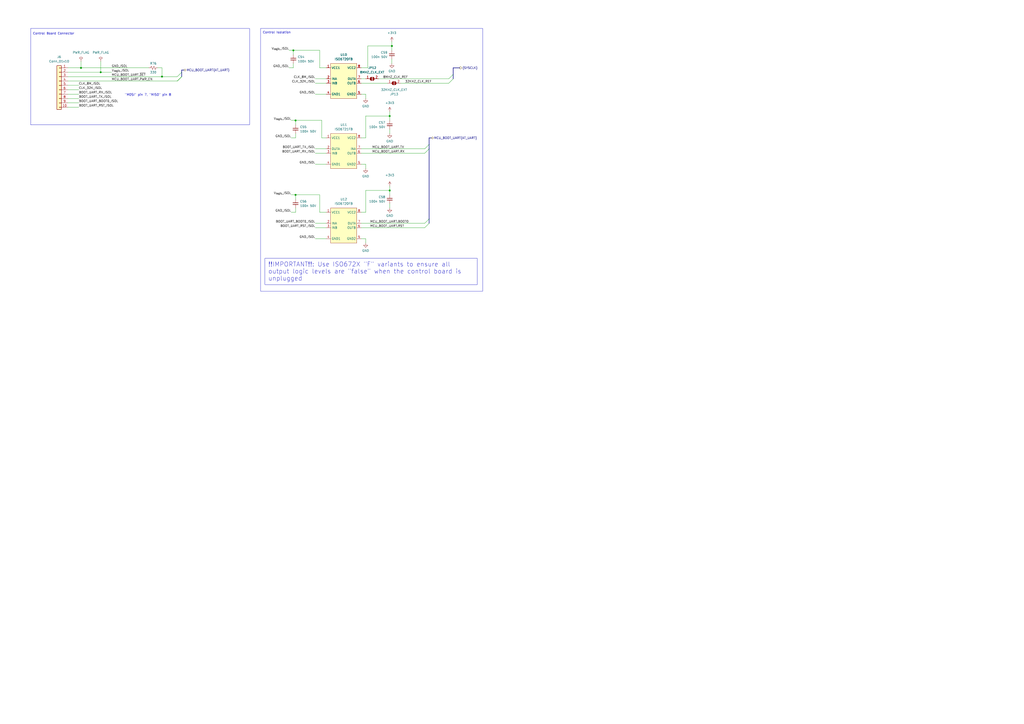
<source format=kicad_sch>
(kicad_sch (version 20231120) (generator "eeschema") (generator_version "8.0")
  (paper "A2")
  (title_block (title "Kicker") (date "2024-06-10") (rev "3.1") (company "The A-Team (RC SSL)") (comment 1 "W. Stuckey"))
  (lib_symbols
    (symbol "AT-IC:ISO6720-Q1"
      (property "Reference" "U" (at 0 -11.43 0))
      (property "Value" "ISO6720-Q1" (at 0 11.43 0))
      (symbol "ISO6720-Q1_1_1"
        (rectangle (start -7.62 10.16) (end 7.62 -10.16) (fill (type background)))
        (pin power_in line (at -10.16 7.62 0) (length 2.54) (name "VCC1") (number "1"))
        (pin input line (at -10.16 1.27 0) (length 2.54) (name "INA") (number "2"))
        (pin input line (at -10.16 -1.27 0) (length 2.54) (name "INB") (number "3"))
        (pin power_in line (at -10.16 -7.62 0) (length 2.54) (name "GND1") (number "4"))
        (pin power_in line (at 10.16 -7.62 180) (length 2.54) (name "GND2") (number "5"))
        (pin output line (at 10.16 -1.27 180) (length 2.54) (name "OUTB") (number "6"))
        (pin output line (at 10.16 1.27 180) (length 2.54) (name "OUTA") (number "7"))
        (pin power_in line (at 10.16 7.62 180) (length 2.54) (name "VCC2") (number "8"))
      )
    )
    (symbol "AT-IC:ISO6721-Q1"
      (property "Reference" "U" (at 0 -11.43 0))
      (property "Value" "ISO6721-Q1" (at 0 11.43 0))
      (symbol "ISO6721-Q1_1_1"
        (rectangle (start -7.62 10.16) (end 7.62 -10.16) (fill (type background)))
        (pin power_in line (at -10.16 7.62 0) (length 2.54) (name "VCC1") (number "1"))
        (pin output line (at -10.16 1.27 0) (length 2.54) (name "OUTA") (number "2"))
        (pin input line (at -10.16 -1.27 0) (length 2.54) (name "INB") (number "3"))
        (pin power_in line (at -10.16 -7.62 0) (length 2.54) (name "GND1") (number "4"))
        (pin power_in line (at 10.16 -7.62 180) (length 2.54) (name "GND2") (number "5"))
        (pin output line (at 10.16 -1.27 180) (length 2.54) (name "OUTB") (number "6"))
        (pin input line (at 10.16 1.27 180) (length 2.54) (name "INA") (number "7"))
        (pin power_in line (at 10.16 7.62 180) (length 2.54) (name "VCC2") (number "8"))
      )
    )
    (symbol "Connector_Generic:Conn_01x10" (pin_names (offset 1.016) hide)
      (property "Reference" "J" (at 0 12.7 0))
      (property "Value" "Conn_01x10" (at 0 -15.24 0))
      (symbol "Conn_01x10_1_1"
        (rectangle (start -1.27 -12.573) (end 0 -12.827) (stroke (width 0.1524)))
        (rectangle (start -1.27 -10.033) (end 0 -10.287) (stroke (width 0.1524)))
        (rectangle (start -1.27 -7.493) (end 0 -7.747) (stroke (width 0.1524)))
        (rectangle (start -1.27 -4.953) (end 0 -5.207) (stroke (width 0.1524)))
        (rectangle (start -1.27 -2.413) (end 0 -2.667) (stroke (width 0.1524)))
        (rectangle (start -1.27 0.127) (end 0 -0.127) (stroke (width 0.1524)))
        (rectangle (start -1.27 2.667) (end 0 2.413) (stroke (width 0.1524)))
        (rectangle (start -1.27 5.207) (end 0 4.953) (stroke (width 0.1524)))
        (rectangle (start -1.27 7.747) (end 0 7.493) (stroke (width 0.1524)))
        (rectangle (start -1.27 10.287) (end 0 10.033) (stroke (width 0.1524)))
        (rectangle (start -1.27 11.43) (end 1.27 -13.97) (stroke (width 0.254)) (fill (type background)))
        (pin passive line (at -5.08 10.16 0) (length 3.81) (name "Pin_1") (number "1"))
        (pin passive line (at -5.08 -12.7 0) (length 3.81) (name "Pin_10") (number "10"))
        (pin passive line (at -5.08 7.62 0) (length 3.81) (name "Pin_2") (number "2"))
        (pin passive line (at -5.08 5.08 0) (length 3.81) (name "Pin_3") (number "3"))
        (pin passive line (at -5.08 2.54 0) (length 3.81) (name "Pin_4") (number "4"))
        (pin passive line (at -5.08 0 0) (length 3.81) (name "Pin_5") (number "5"))
        (pin passive line (at -5.08 -2.54 0) (length 3.81) (name "Pin_6") (number "6"))
        (pin passive line (at -5.08 -5.08 0) (length 3.81) (name "Pin_7") (number "7"))
        (pin passive line (at -5.08 -7.62 0) (length 3.81) (name "Pin_8") (number "8"))
        (pin passive line (at -5.08 -10.16 0) (length 3.81) (name "Pin_9") (number "9"))
      )
    )
    (symbol "Device:C_Small" (pin_numbers hide) (pin_names (offset 0.254) hide)
      (property "Reference" "C" (at 0.254 1.778 0))
      (property "Value" "C_Small" (at 0.254 -2.032 0))
      (symbol "C_Small_0_1"
        (polyline (pts (xy -1.524 -0.508) (xy 1.524 -0.508)) (stroke (width 0.3302)))
        (polyline (pts (xy -1.524 0.508) (xy 1.524 0.508)) (stroke (width 0.3048)))
      )
      (symbol "C_Small_1_1"
        (pin passive line (at 0 2.54 270) (length 2.032) (name "~") (number "1"))
        (pin passive line (at 0 -2.54 90) (length 2.032) (name "~") (number "2"))
      )
    )
    (symbol "Device:R_Small_US" (pin_numbers hide) (pin_names (offset 0.254) hide)
      (property "Reference" "R" (at 0.762 0.508 0))
      (property "Value" "R_Small_US" (at 0.762 -1.016 0))
      (symbol "R_Small_US_1_1"
        (polyline (pts (xy 0 0) (xy 1.016 -0.381) (xy 0 -0.762) (xy -1.016 -1.143) (xy 0 -1.524)))
        (polyline (pts (xy 0 1.524) (xy 1.016 1.143) (xy 0 0.762) (xy -1.016 0.381) (xy 0 0)))
        (pin passive line (at 0 2.54 270) (length 1.016) (name "~") (number "1"))
        (pin passive line (at 0 -2.54 90) (length 1.016) (name "~") (number "2"))
      )
    )
    (symbol "Jumper:SolderJumper_2_Open" (pin_names (offset 0) hide)
      (property "Reference" "JP" (at 0 2.032 0))
      (property "Value" "SolderJumper_2_Open" (at 0 -2.54 0))
      (symbol "SolderJumper_2_Open_0_1"
        (arc (start -0.254 1.016) (mid -1.2656 0) (end -0.254 -1.016))
        (arc (start -0.254 1.016) (mid -1.2656 0) (end -0.254 -1.016) (fill (type outline)))
        (polyline (pts (xy -0.254 1.016) (xy -0.254 -1.016)))
        (polyline (pts (xy 0.254 1.016) (xy 0.254 -1.016)))
        (arc (start 0.254 -1.016) (mid 1.2656 0) (end 0.254 1.016))
        (arc (start 0.254 -1.016) (mid 1.2656 0) (end 0.254 1.016) (fill (type outline)))
      )
      (symbol "SolderJumper_2_Open_1_1"
        (pin passive line (at -3.81 0 0) (length 2.54) (name "A") (number "1"))
        (pin passive line (at 3.81 0 180) (length 2.54) (name "B") (number "2"))
      )
    )
    (symbol "power:+3V3" (power) (pin_names (offset 0))
      (property "Value" "+3V3" (at 0 3.556 0))
      (symbol "+3V3_0_1"
        (polyline (pts (xy -0.762 1.27) (xy 0 2.54)))
        (polyline (pts (xy 0 0) (xy 0 2.54)))
        (polyline (pts (xy 0 2.54) (xy 0.762 1.27)))
      )
      (symbol "+3V3_1_1"
        (pin power_in line (at 0 0 90) (length 0) hide (name "+3V3") (number "1"))
      )
    )
    (symbol "power:GND" (power) (pin_names (offset 0))
      (property "Value" "GND" (at 0 -3.81 0))
      (symbol "GND_0_1"
        (polyline (pts (xy 0 0) (xy 0 -1.27) (xy 1.27 -1.27) (xy 0 -2.54) (xy -1.27 -1.27) (xy 0 -1.27)))
      )
      (symbol "GND_1_1"
        (pin power_in line (at 0 0 270) (length 0) hide (name "GND") (number "1"))
      )
    )
    (symbol "power:PWR_FLAG" (power) (pin_numbers hide) (pin_names (offset 0) hide)
      (property "Value" "PWR_FLAG" (at 0 3.81 0))
      (symbol "PWR_FLAG_0_0"
        (pin power_out line (at 0 0 90) (length 0) (name "pwr") (number "1"))
      )
      (symbol "PWR_FLAG_0_1"
        (polyline (pts (xy 0 0) (xy 0 1.27) (xy -1.016 1.905) (xy 0 2.54) (xy 1.016 1.905) (xy 0 1.27)))
      )
    )
  )
  (junction (at 226.06 110.49))
  (junction (at 170.18 29.21))
  (junction (at 227.33 26.67))
  (junction (at 226.06 67.31))
  (junction (at 93.98 44.45))
  (junction (at 58.42 41.91))
  (junction (at 46.99 39.37))
  (junction (at 171.45 69.85))
  (junction (at 171.45 113.03))
  (bus_entry (at 248.92 127) (size -2.54 2.54))
  (bus_entry (at 105.41 41.91) (size -2.54 2.54))
  (bus_entry (at 248.92 129.54) (size -2.54 2.54))
  (bus_entry (at 248.92 83.82) (size -2.54 2.54))
  (bus_entry (at 248.92 86.36) (size -2.54 2.54))
  (bus_entry (at 262.89 43.18) (size -2.54 2.54))
  (bus_entry (at 105.41 44.45) (size -2.54 2.54))
  (bus_entry (at 105.41 44.45) (size -2.54 2.54))
  (bus_entry (at 262.89 45.72) (size -2.54 2.54))
  (wire (pts (xy 93.98 44.45) (xy 102.87 44.45)))
  (wire (pts (xy 209.55 95.25) (xy 212.09 95.25)))
  (wire (pts (xy 39.37 59.69) (xy 45.72 59.69)))
  (wire (pts (xy 58.42 35.56) (xy 58.42 41.91)))
  (wire (pts (xy 209.55 129.54) (xy 246.38 129.54)))
  (wire (pts (xy 170.18 39.37) (xy 170.18 36.83)))
  (wire (pts (xy 212.09 123.19) (xy 212.09 110.49)))
  (wire (pts (xy 186.69 80.01) (xy 186.69 69.85)))
  (wire (pts (xy 39.37 46.99) (xy 102.87 46.99)))
  (wire (pts (xy 167.64 29.21) (xy 170.18 29.21)))
  (wire (pts (xy 209.55 48.26) (xy 224.79 48.26)))
  (wire (pts (xy 226.06 110.49) (xy 226.06 113.03)))
  (wire (pts (xy 209.55 86.36) (xy 246.38 86.36)))
  (wire (pts (xy 168.91 69.85) (xy 171.45 69.85)))
  (wire (pts (xy 170.18 29.21) (xy 170.18 31.75)))
  (wire (pts (xy 189.23 88.9) (xy 182.88 88.9)))
  (wire (pts (xy 168.91 113.03) (xy 171.45 113.03)))
  (wire (pts (xy 189.23 45.72) (xy 182.88 45.72)))
  (wire (pts (xy 46.99 39.37) (xy 86.36 39.37)))
  (wire (pts (xy 189.23 80.01) (xy 186.69 80.01)))
  (wire (pts (xy 171.45 123.19) (xy 171.45 120.65)))
  (bus (pts (xy 250.19 80.01) (xy 248.92 80.01)))
  (bus (pts (xy 262.89 39.37) (xy 262.89 43.18)))
  (wire (pts (xy 182.88 138.43) (xy 189.23 138.43)))
  (wire (pts (xy 39.37 44.45) (xy 93.98 44.45)))
  (wire (pts (xy 39.37 39.37) (xy 46.99 39.37)))
  (wire (pts (xy 91.44 39.37) (xy 93.98 39.37)))
  (wire (pts (xy 58.42 41.91) (xy 64.77 41.91)))
  (bus (pts (xy 106.68 40.64) (xy 105.41 40.64)))
  (wire (pts (xy 209.55 123.19) (xy 212.09 123.19)))
  (wire (pts (xy 189.23 123.19) (xy 185.42 123.19)))
  (wire (pts (xy 212.09 110.49) (xy 226.06 110.49)))
  (wire (pts (xy 171.45 80.01) (xy 171.45 77.47)))
  (wire (pts (xy 212.09 138.43) (xy 212.09 140.97)))
  (bus (pts (xy 248.92 86.36) (xy 248.92 127)))
  (bus (pts (xy 105.41 41.91) (xy 105.41 44.45)))
  (wire (pts (xy 189.23 39.37) (xy 185.42 39.37)))
  (wire (pts (xy 227.33 36.83) (xy 227.33 34.29)))
  (wire (pts (xy 209.55 138.43) (xy 212.09 138.43)))
  (wire (pts (xy 182.88 95.25) (xy 189.23 95.25)))
  (bus (pts (xy 266.7 39.37) (xy 262.89 39.37)))
  (wire (pts (xy 226.06 77.47) (xy 226.06 74.93)))
  (wire (pts (xy 185.42 113.03) (xy 171.45 113.03)))
  (wire (pts (xy 167.64 39.37) (xy 170.18 39.37)))
  (bus (pts (xy 248.92 127) (xy 248.92 129.54)))
  (wire (pts (xy 186.69 69.85) (xy 171.45 69.85)))
  (wire (pts (xy 39.37 52.07) (xy 45.72 52.07)))
  (wire (pts (xy 189.23 132.08) (xy 182.88 132.08)))
  (wire (pts (xy 93.98 39.37) (xy 93.98 44.45)))
  (bus (pts (xy 105.41 40.64) (xy 105.41 41.91)))
  (wire (pts (xy 171.45 69.85) (xy 171.45 72.39)))
  (wire (pts (xy 212.09 95.25) (xy 212.09 97.79)))
  (wire (pts (xy 209.55 88.9) (xy 246.38 88.9)))
  (wire (pts (xy 209.55 80.01) (xy 212.09 80.01)))
  (wire (pts (xy 227.33 26.67) (xy 227.33 29.21)))
  (wire (pts (xy 209.55 39.37) (xy 213.36 39.37)))
  (wire (pts (xy 213.36 39.37) (xy 213.36 26.67)))
  (wire (pts (xy 227.33 24.13) (xy 227.33 26.67)))
  (wire (pts (xy 212.09 67.31) (xy 226.06 67.31)))
  (wire (pts (xy 212.09 54.61) (xy 209.55 54.61)))
  (wire (pts (xy 212.09 54.61) (xy 212.09 57.15)))
  (wire (pts (xy 39.37 54.61) (xy 45.72 54.61)))
  (wire (pts (xy 185.42 39.37) (xy 185.42 29.21)))
  (wire (pts (xy 189.23 129.54) (xy 182.88 129.54)))
  (wire (pts (xy 168.91 123.19) (xy 171.45 123.19)))
  (wire (pts (xy 39.37 49.53) (xy 45.72 49.53)))
  (wire (pts (xy 39.37 62.23) (xy 45.72 62.23)))
  (wire (pts (xy 185.42 123.19) (xy 185.42 113.03)))
  (bus (pts (xy 248.92 80.01) (xy 248.92 83.82)))
  (wire (pts (xy 39.37 57.15) (xy 45.72 57.15)))
  (bus (pts (xy 262.89 43.18) (xy 262.89 45.72)))
  (wire (pts (xy 226.06 64.77) (xy 226.06 67.31)))
  (wire (pts (xy 185.42 29.21) (xy 170.18 29.21)))
  (wire (pts (xy 219.71 45.72) (xy 260.35 45.72)))
  (wire (pts (xy 209.55 132.08) (xy 246.38 132.08)))
  (wire (pts (xy 46.99 35.56) (xy 46.99 39.37)))
  (wire (pts (xy 232.41 48.26) (xy 260.35 48.26)))
  (wire (pts (xy 182.88 54.61) (xy 189.23 54.61)))
  (wire (pts (xy 189.23 48.26) (xy 182.88 48.26)))
  (wire (pts (xy 226.06 120.65) (xy 226.06 118.11)))
  (wire (pts (xy 171.45 113.03) (xy 171.45 115.57)))
  (wire (pts (xy 226.06 67.31) (xy 226.06 69.85)))
  (wire (pts (xy 213.36 26.67) (xy 227.33 26.67)))
  (wire (pts (xy 209.55 45.72) (xy 212.09 45.72)))
  (wire (pts (xy 168.91 80.01) (xy 171.45 80.01)))
  (wire (pts (xy 39.37 41.91) (xy 58.42 41.91)))
  (bus (pts (xy 248.92 83.82) (xy 248.92 86.36)))
  (wire (pts (xy 212.09 80.01) (xy 212.09 67.31)))
  (wire (pts (xy 189.23 86.36) (xy 182.88 86.36)))
  (wire (pts (xy 226.06 107.95) (xy 226.06 110.49)))
  (rectangle (start 151.13 16.51) (end 280.035 168.91))
  (rectangle (start 17.78 16.51) (end 144.78 72.39))
  (text_box "!!IMPORTANT!!: Use ISO672X \"F\" variants to ensure all output logic levels are \"false\" when the control board is unplugged" (at 153.67 149.86 0) (size 123.19 15.24) (effects (font (size 2.54 2.54)) (justify left top)))
  (text "\"MOSI\" pin 7, \"MISO\" pin 8" (at 72.39 55.88 0) (effects (font (size 1.27 1.27)) (justify left bottom)))
  (text "Control Board Connector" (at 19.05 20.32 0) (effects (font (size 1.27 1.27)) (justify left bottom)))
  (text "Control Isolation" (at 152.4 19.685 0) (effects (font (size 1.27 1.27)) (justify left bottom)))
  (label "V_{logic}_ISOL" (at 168.91 113.03 180))
  (label "CLK_32K_ISOL" (at 45.72 52.07 0))
  (label "MCU_BOOT_UART.BOOT0" (at 214.63 129.54 0))
  (label "CLK_8M_ISOL" (at 182.88 45.72 180))
  (label "MCU_BOOT_UART.RX" (at 215.9 88.9 0))
  (label "V_{logic}_ISOL" (at 64.77 41.91 0))
  (label "32KHZ_CLK_REF" (at 234.95 48.26 0))
  (label "MCU_BOOT_UART.PWR_EN" (at 64.77 46.99 0))
  (label "MCU_BOOT_UART.~{DET}" (at 64.77 44.45 0))
  (label "V_{logic}_ISOL" (at 167.64 29.21 180))
  (label "BOOT_UART_BOOT0_ISOL" (at 182.88 129.54 180))
  (label "BOOT_UART_RX_ISOL" (at 182.88 88.9 180))
  (label "MCU_BOOT_UART.TX" (at 215.9 86.36 0))
  (label "BOOT_UART_RST_ISOL" (at 45.72 62.23 0))
  (label "GND_ISOL" (at 64.77 39.37 0))
  (label "8MHZ_CLK_REF" (at 222.25 45.72 0))
  (label "BOOT_UART_TX_ISOL" (at 182.88 86.36 180))
  (label "GND_ISOL" (at 182.88 95.25 180))
  (label "BOOT_UART_RST_ISOL" (at 182.88 132.08 180))
  (label "CLK_32K_ISOL" (at 182.88 48.26 180))
  (label "GND_ISOL" (at 167.64 39.37 180))
  (label "V_{logic}_ISOL" (at 168.91 69.85 180))
  (label "BOOT_UART_TX_ISOL" (at 45.72 57.15 0))
  (label "BOOT_UART_RX_ISOL" (at 45.72 54.61 0))
  (label "BOOT_UART_BOOT0_ISOL" (at 45.72 59.69 0))
  (label "CLK_8M_ISOL" (at 45.72 49.53 0))
  (label "MCU_BOOT_UART.RST" (at 214.63 132.08 0))
  (label "GND_ISOL" (at 182.88 54.61 180))
  (label "GND_ISOL" (at 168.91 80.01 180))
  (label "GND_ISOL" (at 168.91 123.19 180))
  (label "GND_ISOL" (at 182.88 138.43 180))
  (hierarchical_label "MCU_BOOT_UART{AT_UART}" (shape bidirectional) (at 106.68 40.64 0))
  (hierarchical_label "{SYSCLK}" (shape output) (at 266.7 39.37 0))
  (hierarchical_label "MCU_BOOT_UART{AT_UART}" (shape bidirectional) (at 250.19 80.01 0))
  (symbol (lib_id "Device:C_Small") (at 171.45 74.93 0) (unit 1)
    (property "Reference" "C55" (at 173.99 73.6663 0) (effects (justify left)))
    (property "Value" "100n 50V" (at 173.99 76.2063 0) (effects (justify left)))
    (property "Footprint" "Capacitor_SMD:C_0402_1005Metric" (effects (hide yes)))
  )
  (symbol (lib_id "Jumper:SolderJumper_2_Open") (at 215.9 45.72 0) (mirror x) (unit 1) (in_bom no)
    (property "Reference" "JP12" (at 215.9 39.37 0))
    (property "Value" "8MHZ_CLK_EXT" (at 215.9 41.91 0))
    (property "Footprint" "AT-BoardFeatures:SolderJumper-2_2.0x1.2mm_Closed" (effects (hide yes)))
  )
  (symbol (lib_id "Jumper:SolderJumper_2_Open") (at 228.6 48.26 0) (unit 1) (in_bom no)
    (property "Reference" "JP13" (at 228.6 54.61 0))
    (property "Value" "32KHZ_CLK_EXT" (at 228.6 52.07 0))
    (property "Footprint" "AT-BoardFeatures:SolderJumper-2_2.0x1.2mm_Closed" (effects (hide yes)))
  )
  (symbol (lib_id "power:GND") (at 212.09 140.97 0) (unit 1)
    (property "Reference" "#PWR0117" (effects (hide yes)))
    (property "Value" "GND" (at 212.09 145.415 0))
  )
  (symbol (lib_id "Device:C_Small") (at 226.06 72.39 0) (mirror y) (unit 1)
    (property "Reference" "C57" (at 223.52 71.1263 0) (effects (justify left)))
    (property "Value" "100n 50V" (at 223.52 73.6663 0) (effects (justify left)))
    (property "Footprint" "Capacitor_SMD:C_0402_1005Metric" (effects (hide yes)))
  )
  (symbol (lib_id "Connector_Generic:Conn_01x10") (at 34.29 49.53 0) (mirror y) (unit 1)
    (property "Reference" "J6" (at 34.29 33.02 0))
    (property "Value" "Conn_01x10" (at 34.29 35.56 0))
    (property "Footprint" "Connector_JST:JST_SH_SM10B-SRSS-TB_1x10-1MP_P1.00mm_Horizontal" (effects (hide yes)))
  )
  (symbol (lib_id "Device:C_Small") (at 171.45 118.11 0) (unit 1)
    (property "Reference" "C56" (at 173.99 116.8463 0) (effects (justify left)))
    (property "Value" "100n 50V" (at 173.99 119.3863 0) (effects (justify left)))
    (property "Footprint" "Capacitor_SMD:C_0402_1005Metric" (effects (hide yes)))
  )
  (symbol (lib_id "power:GND") (at 212.09 97.79 0) (unit 1)
    (property "Reference" "#PWR0116" (effects (hide yes)))
    (property "Value" "GND" (at 212.09 102.235 0))
  )
  (symbol (lib_id "power:+3V3") (at 226.06 64.77 0) (unit 1)
    (property "Reference" "#PWR0118" (effects (hide yes)))
    (property "Value" "+3V3" (at 226.06 59.69 0))
  )
  (symbol (lib_id "power:+3V3") (at 226.06 107.95 0) (unit 1)
    (property "Reference" "#PWR0120" (effects (hide yes)))
    (property "Value" "+3V3" (at 226.06 101.6 0))
  )
  (symbol (lib_id "power:+3V3") (at 227.33 24.13 0) (unit 1)
    (property "Reference" "#PWR0122" (effects (hide yes)))
    (property "Value" "+3V3" (at 227.33 19.05 0))
  )
  (symbol (lib_id "power:PWR_FLAG") (at 58.42 35.56 0) (unit 1)
    (property "Reference" "#FLG012" (effects (hide yes)))
    (property "Value" "PWR_FLAG" (at 58.42 30.48 0))
    (instances (project "kicker" (path "" (reference "#FLG012") (unit 1))) (project "control" (path "" (reference "#FLG03") (unit 1))))
  )
  (symbol (lib_id "AT-IC:ISO6720-Q1") (at 199.39 46.99 0) (unit 1)
    (property "Reference" "U10" (at 199.39 31.75 0))
    (property "Value" "ISO6720FB" (at 199.39 34.29 0))
    (property "Footprint" "AT-IC:ISO672X" (effects (hide yes)))
  )
  (symbol (lib_id "power:PWR_FLAG") (at 46.99 35.56 0) (unit 1)
    (property "Reference" "#FLG011" (effects (hide yes)))
    (property "Value" "PWR_FLAG" (at 46.99 30.48 0))
    (instances (project "kicker" (path "" (reference "#FLG011") (unit 1))) (project "control" (path "" (reference "#FLG03") (unit 1))))
  )
  (symbol (lib_id "power:GND") (at 226.06 77.47 0) (unit 1)
    (property "Reference" "#PWR0119" (effects (hide yes)))
    (property "Value" "GND" (at 226.06 81.915 0))
  )
  (symbol (lib_id "Device:C_Small") (at 226.06 115.57 0) (mirror y) (unit 1)
    (property "Reference" "C58" (at 223.52 114.3063 0) (effects (justify left)))
    (property "Value" "100n 50V" (at 223.52 116.8463 0) (effects (justify left)))
    (property "Footprint" "Capacitor_SMD:C_0402_1005Metric" (effects (hide yes)))
  )
  (symbol (lib_id "Device:C_Small") (at 170.18 34.29 0) (unit 1)
    (property "Reference" "C54" (at 172.72 33.0263 0) (effects (justify left)))
    (property "Value" "100n 50V" (at 172.72 35.5663 0) (effects (justify left)))
    (property "Footprint" "Capacitor_SMD:C_0402_1005Metric" (effects (hide yes)))
  )
  (symbol (lib_id "Device:C_Small") (at 227.33 31.75 0) (mirror y) (unit 1)
    (property "Reference" "C59" (at 224.79 30.4863 0) (effects (justify left)))
    (property "Value" "100n 50V" (at 224.79 33.0263 0) (effects (justify left)))
    (property "Footprint" "Capacitor_SMD:C_0402_1005Metric" (effects (hide yes)))
  )
  (symbol (lib_id "power:GND") (at 227.33 36.83 0) (unit 1)
    (property "Reference" "#PWR0123" (effects (hide yes)))
    (property "Value" "GND" (at 227.33 41.275 0))
  )
  (symbol (lib_id "power:GND") (at 212.09 57.15 0) (unit 1)
    (property "Reference" "#PWR0115" (effects (hide yes)))
    (property "Value" "GND" (at 212.09 61.595 0))
  )
  (symbol (lib_id "Device:R_Small_US") (at 88.9 39.37 90) (unit 1)
    (property "Reference" "R76" (at 88.9 36.83 90))
    (property "Value" "330" (at 88.9 41.91 90))
    (property "Footprint" "Resistor_SMD:R_0402_1005Metric" (effects (hide yes)))
    (property "LCSC" "C60491" (effects (hide yes)))
  )
  (symbol (lib_id "AT-IC:ISO6721-Q1") (at 199.39 87.63 0) (unit 1)
    (property "Reference" "U11" (at 199.39 72.39 0))
    (property "Value" "ISO6721FB" (at 199.39 74.93 0))
    (property "Footprint" "AT-IC:ISO672X" (effects (hide yes)))
  )
  (symbol (lib_id "AT-IC:ISO6720-Q1") (at 199.39 130.81 0) (unit 1)
    (property "Reference" "U12" (at 199.39 115.57 0))
    (property "Value" "ISO6720FB" (at 199.39 118.11 0))
    (property "Footprint" "AT-IC:ISO672X" (effects (hide yes)))
  )
  (symbol (lib_id "power:GND") (at 226.06 120.65 0) (unit 1)
    (property "Reference" "#PWR0121" (effects (hide yes)))
    (property "Value" "GND" (at 226.06 125.095 0))
  )
)
</source>
